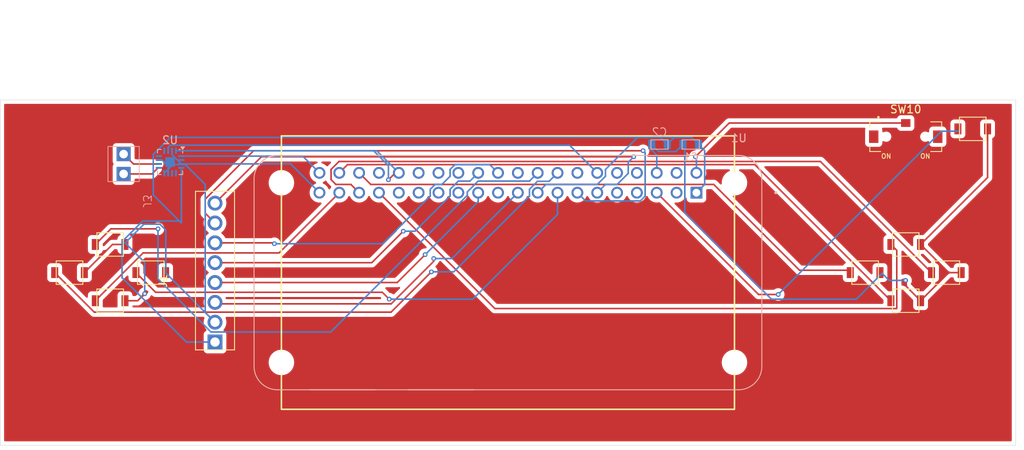
<source format=kicad_pcb>
(kicad_pcb (version 20241229) (generator "pcbnew") (generator_version "9.0")
  (layers (0 "F.Cu" signal) (2 "B.Cu" signal) (13 "F.Paste" user) (15 "B.Paste" user) (5 "F.SilkS" user "F.Silkscreen") (7 "B.SilkS" user "B.Silkscreen") (1 "F.Mask" user) (3 "B.Mask" user) (25 "Edge.Cuts" user))
  (net 0 "")
  (net 1 "GND")
  (net 2 "+3.3V")
  (net 3 "/MOSI-19")
  (net 4 "/GPIO27-13")
  (net 5 "/CEO_N-24")
  (net 6 "/GPIO17-11")
  (net 7 "/SCLK-23")
  (net 8 "/GPIO25-22")
  (net 9 "/SPK+")
  (net 10 "/SPK-")
  (net 11 "/RIGHT")
  (net 12 "/LEFT")
  (net 13 "/UP")
  (net 14 "/DOWN")
  (net 15 "/A")
  (net 16 "/B")
  (net 17 "/X")
  (net 18 "/Y")
  (net 19 "/GPIO3")
  (net 20 "+5V")
  (net 22 "/5V_2")
  (net 25 "/GPIO18 ")
  (net 28 "/GPIO21 ")
  (net 30 "/GPIO12")
  (footprint "button8:TSX08131_3.4x3.0_SMT" (layer "F.Cu") (at 206.125 100)
    (property "Reference" "SW6" (hide yes))
    (property "Value" "SW_Push")
    (fp_line (start -1.7 -1.5) (end 1.7 -1.5) (stroke (width 0.12)) (layer "F.SilkS"))
    (fp_line (start -1.7 1.5) (end -1.7 -1.5) (stroke (width 0.12)) (layer "F.SilkS"))
    (fp_line (start 1.7 -1.5) (end 1.7 1.5) (stroke (width 0.12)) (layer "F.SilkS"))
    (fp_line (start 1.7 1.5) (end -1.7 1.5) (stroke (width 0.12)) (layer "F.SilkS"))
    (pad "1" smd rect (at -1.9 0) (size 0.9 1.4) (layers "F.Cu" "F.Mask" "F.Paste") (net 16 "/B"))
    (pad "2" smd rect (at 1.9 0) (size 0.9 1.4) (layers "F.Cu" "F.Mask" "F.Paste") (net 1 "GND"))
  )
  (footprint "button8:TSX08131_3.4x3.0_SMT" (layer "F.Cu") (at 93.875 100)
    (property "Reference" "SW2" (hide yes))
    (property "Value" "SW_Push")
    (fp_line (start -1.7 -1.5) (end 1.7 -1.5) (stroke (width 0.12)) (layer "F.SilkS"))
    (fp_line (start -1.7 1.5) (end -1.7 -1.5) (stroke (width 0.12)) (layer "F.SilkS"))
    (fp_line (start 1.7 -1.5) (end 1.7 1.5) (stroke (width 0.12)) (layer "F.SilkS"))
    (fp_line (start 1.7 1.5) (end -1.7 1.5) (stroke (width 0.12)) (layer "F.SilkS"))
    (pad "1" smd rect (at -1.9 0) (size 0.9 1.4) (layers "F.Cu" "F.Mask" "F.Paste") (net 12 "/LEFT"))
    (pad "2" smd rect (at 1.9 0) (size 0.9 1.4) (layers "F.Cu" "F.Mask" "F.Paste") (net 1 "GND"))
  )
  (footprint "button8:TSX08131_3.4x3.0_SMT" (layer "F.Cu") (at 104.275 100)
    (property "Reference" "SW1" (hide yes))
    (property "Value" "SW_Push")
    (fp_line (start -1.7 -1.5) (end 1.7 -1.5) (stroke (width 0.12)) (layer "F.SilkS"))
    (fp_line (start -1.7 1.5) (end -1.7 -1.5) (stroke (width 0.12)) (layer "F.SilkS"))
    (fp_line (start 1.7 -1.5) (end 1.7 1.5) (stroke (width 0.12)) (layer "F.SilkS"))
    (fp_line (start 1.7 1.5) (end -1.7 1.5) (stroke (width 0.12)) (layer "F.SilkS"))
    (pad "1" smd rect (at -1.9 0) (size 0.9 1.4) (layers "F.Cu" "F.Mask" "F.Paste") (net 11 "/RIGHT"))
    (pad "2" smd rect (at 1.9 0) (size 0.9 1.4) (layers "F.Cu" "F.Mask" "F.Paste") (net 1 "GND"))
  )
  (footprint "button8:TSX08131_3.4x3.0_SMT" (layer "F.Cu") (at 195.725 100)
    (property "Reference" "SW7" (hide yes))
    (property "Value" "SW_Push")
    (fp_line (start -1.7 -1.5) (end 1.7 -1.5) (stroke (width 0.12)) (layer "F.SilkS"))
    (fp_line (start -1.7 1.5) (end -1.7 -1.5) (stroke (width 0.12)) (layer "F.SilkS"))
    (fp_line (start 1.7 -1.5) (end 1.7 1.5) (stroke (width 0.12)) (layer "F.SilkS"))
    (fp_line (start 1.7 1.5) (end -1.7 1.5) (stroke (width 0.12)) (layer "F.SilkS"))
    (pad "1" smd rect (at -1.9 0) (size 0.9 1.4) (layers "F.Cu" "F.Mask" "F.Paste") (net 17 "/X"))
    (pad "2" smd rect (at 1.9 0) (size 0.9 1.4) (layers "F.Cu" "F.Mask" "F.Paste") (net 1 "GND"))
  )
  (footprint "mount:HB_PH3_25418PB2GOP_8Pin" (layer "F.Cu") (at 112.45 100 90)
    (property "Reference" "J1" (at -1.06 -6.6 90) (layer "F.SilkS"))
    (property "Value" "Conn_01x08_MountingPin")
    (fp_line (start 10.41 -2.45) (end 10.41 2.55) (stroke (width 0.12)) (layer "F.SilkS"))
    (fp_line (start -9.89 -2.45) (end 10.41 -2.45) (stroke (width 0.12)) (layer "F.SilkS"))
    (fp_line (start 10.41 2.55) (end -9.89 2.55) (stroke (width 0.12)) (layer "F.SilkS"))
    (fp_line (start -9.89 2.55) (end -9.89 -2.45) (stroke (width 0.12)) (layer "F.SilkS"))
    (pad "1" thru_hole rect (at -8.89 0.05 90) (size 1.9 1.9) (drill 1.2) (layers "*.Cu" "*.Mask") (net 2 "+3.3V"))
    (pad "2" thru_hole circle (at -6.35 0.05 90) (size 1.9 1.9) (drill 1.2) (layers "*.Cu" "*.Mask") (net 1 "GND"))
    (pad "3" thru_hole circle (at -3.81 0.05 90) (size 1.9 1.9) (drill 1.2) (layers "*.Cu" "*.Mask") (net 3 "/MOSI-19"))
    (pad "4" thru_hole circle (at -1.27 0.05 90) (size 1.9 1.9) (drill 1.2) (layers "*.Cu" "*.Mask") (net 7 "/SCLK-23"))
    (pad "5" thru_hole circle (at 1.27 0.05 90) (size 1.9 1.9) (drill 1.2) (layers "*.Cu" "*.Mask") (net 5 "/CEO_N-24"))
    (pad "6" thru_hole circle (at 3.81 0.05 90) (size 1.9 1.9) (drill 1.2) (layers "*.Cu" "*.Mask") (net 8 "/GPIO25-22"))
    (pad "7" thru_hole circle (at 6.35 0.05 90) (size 1.9 1.9) (drill 1.2) (layers "*.Cu" "*.Mask") (net 4 "/GPIO27-13"))
    (pad "8" thru_hole circle (at 8.89 0.05 90) (size 1.9 1.9) (drill 1.2) (layers "*.Cu" "*.Mask") (net 6 "/GPIO17-11"))
  )
  (footprint "button8:TSX08131_3.4x3.0_SMT" (layer "F.Cu") (at 99.075 96.4)
    (property "Reference" "SW4" (hide yes))
    (property "Value" "SW_Push")
    (fp_line (start -1.7 -1.5) (end 1.7 -1.5) (stroke (width 0.12)) (layer "F.SilkS"))
    (fp_line (start -1.7 1.5) (end -1.7 -1.5) (stroke (width 0.12)) (layer "F.SilkS"))
    (fp_line (start 1.7 -1.5) (end 1.7 1.5) (stroke (width 0.12)) (layer "F.SilkS"))
    (fp_line (start 1.7 1.5) (end -1.7 1.5) (stroke (width 0.12)) (layer "F.SilkS"))
    (pad "1" smd rect (at -1.9 0) (size 0.9 1.4) (layers "F.Cu" "F.Mask" "F.Paste") (net 14 "/DOWN"))
    (pad "2" smd rect (at 1.9 0) (size 0.9 1.4) (layers "F.Cu" "F.Mask" "F.Paste") (net 1 "GND"))
  )
  (footprint "on/off:TSX08131_3.4x3.0_SMT" (layer "F.Cu") (at 209.5 81.6)
    (property "Reference" "SW9" (hide yes))
    (property "Value" "SW_SHDN")
    (fp_line (start -1.7 -1.5) (end 1.7 -1.5) (stroke (width 0.12)) (layer "F.SilkS"))
    (fp_line (start -1.7 1.5) (end -1.7 -1.5) (stroke (width 0.12)) (layer "F.SilkS"))
    (fp_line (start 1.7 -1.5) (end 1.7 1.5) (stroke (width 0.12)) (layer "F.SilkS"))
    (fp_line (start 1.7 1.5) (end -1.7 1.5) (stroke (width 0.12)) (layer "F.SilkS"))
    (pad "1" smd rect (at -1.9 0) (size 0.9 1.4) (layers "F.Cu" "F.Mask" "F.Paste") (net 19 "/GPIO3"))
    (pad "2" smd rect (at 1.9 0) (size 0.9 1.4) (layers "F.Cu" "F.Mask" "F.Paste") (net 1 "GND"))
  )
  (footprint "on/off:CK_JS102011SAQN" (layer "F.Cu") (at 200.925 82.6)
    (property "Reference" "SW10" (at 0 -3.5 0) (layer "F.SilkS"))
    (property "Value" "JS102011SAQN")
    (fp_line (start -4.6 -1.9) (end -4.6 -1.2) (stroke (width 0.12)) (layer "F.SilkS"))
    (fp_line (start -4.6 -1.9) (end -3.2 -1.9) (stroke (width 0.12)) (layer "F.SilkS"))
    (fp_line (start -4.6 1.9) (end -4.6 1.2) (stroke (width 0.12)) (layer "F.SilkS"))
    (fp_line (start -4.6 1.9) (end -3.2 1.9) (stroke (width 0.12)) (layer "F.SilkS"))
    (fp_line (start 4.6 -1.9) (end 3.2 -1.9) (stroke (width 0.12)) (layer "F.SilkS"))
    (fp_line (start 4.6 -1.9) (end 4.6 -1.2) (stroke (width 0.12)) (layer "F.SilkS"))
    (fp_line (start 4.6 1.9) (end 3.2 1.9) (stroke (width 0.12)) (layer "F.SilkS"))
    (fp_line (start 4.6 1.9) (end 4.6 1.2) (stroke (width 0.12)) (layer "F.SilkS"))
    (fp_circle (center -3.5 -2.5) (end -3.4 -2.5) (stroke (width 0.12)) (fill no) (layer "F.SilkS"))
    (fp_text user "ON" (at 2.5 2.5 0) (layer "F.SilkS") (effects (font (size 0.6 0.6) (thickness 0.1))))
    (fp_text user "ON" (at -2.5 2.5 0) (layer "F.SilkS") (effects (font (size 0.6 0.6) (thickness 0.1))))
    (pad "" np_thru_hole circle (at -2.5 0) (size 0.8 0.8) (drill 0.8) (layers "*.Cu" "*.Mask"))
    (pad "" np_thru_hole circle (at 2.5 0) (size 0.8 0.8) (drill 0.8) (layers "*.Cu" "*.Mask"))
    (pad "1" smd rect (at -4.1 0) (size 1.2 1.6) (layers "F.Cu" "F.Mask" "F.Paste") (net 20 "+5V"))
    (pad "2" smd rect (at 0 -1.75) (size 1.2 1) (layers "F.Cu" "F.Mask" "F.Paste") (net 22 "/5V_2"))
    (pad "3" smd rect (at 4.1 0) (size 1.2 1.6) (layers "F.Cu" "F.Mask" "F.Paste"))
  )
  (footprint "button8:TSX08131_3.4x3.0_SMT" (layer "F.Cu") (at 99.075 103.6)
    (property "Reference" "SW3" (hide yes))
    (property "Value" "SW_Push")
    (fp_line (start -1.7 -1.5) (end 1.7 -1.5) (stroke (width 0.12)) (layer "F.SilkS"))
    (fp_line (start -1.7 1.5) (end -1.7 -1.5) (stroke (width 0.12)) (layer "F.SilkS"))
    (fp_line (start 1.7 -1.5) (end 1.7 1.5) (stroke (width 0.12)) (layer "F.SilkS"))
    (fp_line (start 1.7 1.5) (end -1.7 1.5) (stroke (width 0.12)) (layer "F.SilkS"))
    (pad "1" smd rect (at -1.9 0) (size 0.9 1.4) (layers "F.Cu" "F.Mask" "F.Paste") (net 13 "/UP"))
    (pad "2" smd rect (at 1.9 0) (size 0.9 1.4) (layers "F.Cu" "F.Mask" "F.Paste") (net 1 "GND"))
  )
  (footprint "button8:TSX08131_3.4x3.0_SMT" (layer "F.Cu") (at 200.925 96.4)
    (property "Reference" "SW8" (hide yes))
    (property "Value" "SW_Push")
    (fp_line (start -1.7 -1.5) (end 1.7 -1.5) (stroke (width 0.12)) (layer "F.SilkS"))
    (fp_line (start -1.7 1.5) (end -1.7 -1.5) (stroke (width 0.12)) (layer "F.SilkS"))
    (fp_line (start 1.7 -1.5) (end 1.7 1.5) (stroke (width 0.12)) (layer "F.SilkS"))
    (fp_line (start 1.7 1.5) (end -1.7 1.5) (stroke (width 0.12)) (layer "F.SilkS"))
    (pad "1" smd rect (at -1.9 0) (size 0.9 1.4) (layers "F.Cu" "F.Mask" "F.Paste") (net 18 "/Y"))
    (pad "2" smd rect (at 1.9 0) (size 0.9 1.4) (layers "F.Cu" "F.Mask" "F.Paste") (net 1 "GND"))
  )
  (footprint "button8:TSX08131_3.4x3.0_SMT" (layer "F.Cu") (at 200.925 103.6)
    (property "Reference" "SW5" (hide yes))
    (property "Value" "SW_Push")
    (fp_line (start -1.7 -1.5) (end 1.7 -1.5) (stroke (width 0.12)) (layer "F.SilkS"))
    (fp_line (start -1.7 1.5) (end -1.7 -1.5) (stroke (width 0.12)) (layer "F.SilkS"))
    (fp_line (start 1.7 -1.5) (end 1.7 1.5) (stroke (width 0.12)) (layer "F.SilkS"))
    (fp_line (start 1.7 1.5) (end -1.7 1.5) (stroke (width 0.12)) (layer "F.SilkS"))
    (pad "1" smd rect (at -1.9 0) (size 0.9 1.4) (layers "F.Cu" "F.Mask" "F.Paste") (net 15 "/A"))
    (pad "2" smd rect (at 1.9 0) (size 0.9 1.4) (layers "F.Cu" "F.Mask" "F.Paste") (net 1 "GND"))
  )
  (footprint "cap:PZ254V_11_02P" (layer "B.Cu") (at 100.8 87.37 90)
    (property "Reference" "J3" (at -3.5 3 270) (layer "B.SilkS") (effects (font (thickness 0.1)) (justify mirror)))
    (property "Value" "Conn_01x02")
    (fp_rect (start -0.98 2) (end 3.52 -2) (stroke (width 0.1)) (fill no) (layer "B.SilkS"))
    (pad "1" thru_hole rect (at 0 0 90) (size 1.8 1.8) (drill 1.1) (layers "*.Cu" "*.Mask") (net 9 "/SPK+"))
    (pad "2" thru_hole rect (at 2.54 0 90) (size 1.8 1.8) (drill 1.1) (layers "*.Cu" "*.Mask") (net 10 "/SPK-"))
  )
  (footprint "rpi:MODULE_SC1176" (layer "B.Cu") (at 150 100 180)
    (property "Reference" "U1" (at -29.569 17.2162 0) (layer "B.SilkS") (effects (font (size 1.00189 1.00189)) (justify mirror)))
    (property "Value" "SC1176")
    (fp_line (start 32.5 -12) (end 32.5 12) (stroke (width 0.127)) (layer "B.SilkS"))
    (fp_line (start 29.5 15) (end -29.5 15) (stroke (width 0.127)) (layer "B.SilkS"))
    (fp_line (start 17 -15) (end 25.35 -15) (stroke (width 0.127)) (layer "B.SilkS"))
    (fp_line (start 4.4 -15) (end 12.75 -15) (stroke (width 0.127)) (layer "B.SilkS"))
    (fp_line (start -29.5 -15) (end 29.5 -15) (stroke (width 0.127)) (layer "B.SilkS"))
    (fp_line (start -32.5 12) (end -32.5 -12) (stroke (width 0.127)) (layer "B.SilkS"))
    (fp_arc (start 32.5 12) (mid 31.62132 14.12132) (end 29.5 15) (stroke (width 0.127)) (layer "B.SilkS"))
    (fp_arc (start 29.5 -15) (mid 31.62132 -14.12132) (end 32.5 -12) (stroke (width 0.127)) (layer "B.SilkS"))
    (fp_arc (start -29.5 15) (mid -31.62132 14.12132) (end -32.5 12) (stroke (width 0.127)) (layer "B.SilkS"))
    (fp_arc (start -32.5 -12) (mid -31.62132 -14.12132) (end -29.5 -15) (stroke (width 0.127)) (layer "B.SilkS"))
    (fp_circle (center -34.29 10.23) (end -34.19 10.23) (stroke (width 0.2)) (fill no) (layer "B.SilkS"))
    (pad "" np_thru_hole circle (at -29 -11.5 180) (size 2.75 2.75) (drill 2.75) (layers "*.Cu" "*.Mask"))
    (pad "" np_thru_hole circle (at -29 11.5 180) (size 2.75 2.75) (drill 2.75) (layers "*.Cu" "*.Mask"))
    (pad "" np_thru_hole circle (at 29 -11.5 180) (size 2.75 2.75) (drill 2.75) (layers "*.Cu" "*.Mask"))
    (pad "" np_thru_hole circle (at 29 11.5 180) (size 2.75 2.75) (drill 2.75) (layers "*.Cu" "*.Mask"))
    (pad "1" thru_hole rect (at -24.13 10.23 180) (size 1.508 1.508) (drill 1) (layers "*.Cu" "*.Mask") (net 2 "+3.3V"))
    (pad "2" thru_hole circle (at -24.13 12.77 180) (size 1.508 1.508) (drill 1) (layers "*.Cu" "*.Mask") (net 22 "/5V_2"))
    (pad "3" thru_hole circle (at -21.59 10.23 180) (size 1.508 1.508) (drill 1) (layers "*.Cu" "*.Mask"))
    (pad "4" thru_hole circle (at -21.59 12.77 180) (size 1.508 1.508) (drill 1) (layers "*.Cu" "*.Mask"))
    (pad "5" thru_hole circle (at -19.05 10.23 180) (size 1.508 1.508) (drill 1) (layers "*.Cu" "*.Mask") (net 19 "/GPIO3"))
    (pad "6" thru_hole circle (at -19.05 12.77 180) (size 1.508 1.508) (drill 1) (layers "*.Cu" "*.Mask") (net 1 "GND"))
    (pad "7" thru_hole circle (at -16.51 10.23 180) (size 1.508 1.508) (drill 1) (layers "*.Cu" "*.Mask"))
    (pad "8" thru_hole circle (at -16.51 12.77 180) (size 1.508 1.508) (drill 1) (layers "*.Cu" "*.Mask"))
    (pad "9" thru_hole circle (at -13.97 10.23 180) (size 1.508 1.508) (drill 1) (layers "*.Cu" "*.Mask") (net 1 "GND"))
    (pad "10" thru_hole circle (at -13.97 12.77 180) (size 1.508 1.508) (drill 1) (layers "*.Cu" "*.Mask"))
    (pad "11" thru_hole circle (at -11.43 10.23 180) (size 1.508 1.508) (drill 1) (layers "*.Cu" "*.Mask") (net 6 "/GPIO17-11"))
    (pad "12" thru_hole circle (at -11.43 12.77 180) (size 1.508 1.508) (drill 1) (layers "*.Cu" "*.Mask") (net 25 "/GPIO18 "))
    (pad "13" thru_hole circle (at -8.89 10.23 180) (size 1.508 1.508) (drill 1) (layers "*.Cu" "*.Mask") (net 4 "/GPIO27-13"))
    (pad "14" thru_hole circle (at -8.89 12.77 180) (size 1.508 1.508) (drill 1) (layers "*.Cu" "*.Mask") (net 1 "GND"))
    (pad "15" thru_hole circle (at -6.35 10.23 180) (size 1.508 1.508) (drill 1) (layers "*.Cu" "*.Mask") (net 11 "/RIGHT"))
    (pad "16" thru_hole circle (at -6.35 12.77 180) (size 1.508 1.508) (drill 1) (layers "*.Cu" "*.Mask") (net 12 "/LEFT"))
    (pad "17" thru_hole circle (at -3.81 10.23 180) (size 1.508 1.508) (drill 1) (layers "*.Cu" "*.Mask") (net 2 "+3.3V"))
    (pad "18" thru_hole circle (at -3.81 12.77 180) (size 1.508 1.508) (drill 1) (layers "*.Cu" "*.Mask") (net 14 "/DOWN"))
    (pad "19" thru_hole circle (at -1.27 10.23 180) (size 1.508 1.508) (drill 1) (layers "*.Cu" "*.Mask") (net 3 "/MOSI-19"))
    (pad "20" thru_hole circle (at -1.27 12.77 180) (size 1.508 1.508) (drill 1) (layers "*.Cu" "*.Mask") (net 1 "GND"))
    (pad "21" thru_hole circle (at 1.27 10.23 180) (size 1.508 1.508) (drill 1) (layers "*.Cu" "*.Mask"))
    (pad "22" thru_hole circle (at 1.27 12.77 180) (size 1.508 1.508) (drill 1) (layers "*.Cu" "*.Mask") (net 8 "/GPIO25-22"))
    (pad "23" thru_hole circle (at 3.81 10.23 180) (size 1.508 1.508) (drill 1) (layers "*.Cu" "*.Mask") (net 7 "/SCLK-23"))
    (pad "24" thru_hole circle (at 3.81 12.77 180) (size 1.508 1.508) (drill 1) (layers "*.Cu" "*.Mask") (net 5 "/CEO_N-24"))
    (pad "25" thru_hole circle (at 6.35 10.23 180) (size 1.508 1.508) (drill 1) (layers "*.Cu" "*.Mask") (net 1 "GND"))
    (pad "26" thru_hole circle (at 6.35 12.77 180) (size 1.508 1.508) (drill 1) (layers "*.Cu" "*.Mask"))
    (pad "27" thru_hole circle (at 8.89 10.23 180) (size 1.508 1.508) (drill 1) (layers "*.Cu" "*.Mask"))
    (pad "28" thru_hole circle (at 8.89 12.77 180) (size 1.508 1.508) (drill 1) (layers "*.Cu" "*.Mask"))
    (pad "29" thru_hole circle (at 11.43 10.23 180) (size 1.508 1.508) (drill 1) (layers "*.Cu" "*.Mask"))
    (pad "30" thru_hole circle (at 11.43 12.77 180) (size 1.508 1.508) (drill 1) (layers "*.Cu" "*.Mask") (net 1 "GND"))
    (pad "31" thru_hole circle (at 13.97 10.23 180) (size 1.508 1.508) (drill 1) (layers "*.Cu" "*.Mask"))
    (pad "32" thru_hole circle (at 13.97 12.77 180) (size 1.508 1.508) (drill 1) (layers "*.Cu" "*.Mask") (net 30 "/GPIO12"))
    (pad "33" thru_hole circle (at 16.51 10.23 180) (size 1.508 1.508) (drill 1) (layers "*.Cu" "*.Mask") (net 18 "/Y"))
    (pad "34" thru_hole circle (at 16.51 12.77 180) (size 1.508 1.508) (drill 1) (layers "*.Cu" "*.Mask") (net 1 "GND"))
    (pad "35" thru_hole circle (at 19.05 10.23 180) (size 1.508 1.508) (drill 1) (layers "*.Cu" "*.Mask") (net 16 "/B"))
    (pad "36" thru_hole circle (at 19.05 12.77 180) (size 1.508 1.508) (drill 1) (layers "*.Cu" "*.Mask") (net 17 "/X"))
    (pad "37" thru_hole circle (at 21.59 10.23 180) (size 1.508 1.508) (drill 1) (layers "*.Cu" "*.Mask") (net 13 "/UP"))
    (pad "38" thru_hole circle (at 21.59 12.77 180) (size 1.508 1.508) (drill 1) (layers "*.Cu" "*.Mask") (net 15 "/A"))
    (pad "39" thru_hole circle (at 24.13 10.23 180) (size 1.508 1.508) (drill 1) (layers "*.Cu" "*.Mask") (net 1 "GND"))
    (pad "40" thru_hole circle (at 24.13 12.77 180) (size 1.508 1.508) (drill 1) (layers "*.Cu" "*.Mask") (net 28 "/GPIO21 "))
  )
  (footprint "cap:C_0805" (layer "B.Cu") (at 169.4 83.6 180)
    (property "Reference" "C2" (at 0 1.6 0) (layer "B.SilkS") (effects (font (thickness 0.12)) (justify mirror)))
    (property "Value" "10uF")
    (fp_line (start 1.1 0.6) (end 1.1 -0.6) (stroke (width 0.12)) (layer "B.SilkS"))
    (fp_line (start 1.1 -0.6) (end -1.1 -0.6) (stroke (width 0.12)) (layer "B.SilkS"))
    (fp_line (start -1.1 0.6) (end 1.1 0.6) (stroke (width 0.12)) (layer "B.SilkS"))
    (fp_line (start -1.1 -0.6) (end -1.1 0.6) (stroke (width 0.12)) (layer "B.SilkS"))
    (pad "1" smd rect (at -1 0 180) (size 0.9 1.2) (layers "B.Cu" "B.Mask" "B.Paste") (net 2 "+3.3V"))
    (pad "2" smd rect (at 1 0 180) (size 0.9 1.2) (layers "B.Cu" "B.Mask" "B.Paste") (net 1 "GND"))
  )
  (footprint "Package_DFN_QFN:TQFN-16-1EP_3x3mm_P0.5mm_EP1.23x1.23mm" (layer "B.Cu") (at 106.75 85.8375 180)
    (property "Reference" "U2" (at 0 2.8 0) (layer "B.SilkS") (effects (justify mirror)))
    (property "Value" "MAX98357A")
    (fp_line (start 1.61 1.61) (end 1.61 1.135) (stroke (width 0.12)) (layer "B.SilkS"))
    (fp_line (start 1.61 -1.61) (end 1.61 -1.135) (stroke (width 0.12)) (layer "B.SilkS"))
    (fp_line (start 1.135 1.61) (end 1.61 1.61) (stroke (width 0.12)) (layer "B.SilkS"))
    (fp_line (start 1.135 -1.61) (end 1.61 -1.61) (stroke (width 0.12)) (layer "B.SilkS"))
    (fp_line (start -1.135 1.61) (end -1.31 1.61) (stroke (width 0.12)) (layer "B.SilkS"))
    (fp_line (start -1.135 -1.61) (end -1.61 -1.61) (stroke (width 0.12)) (layer "B.SilkS"))
    (fp_line (start -1.61 1.135) (end -1.61 1.37) (stroke (width 0.12)) (layer "B.SilkS"))
    (fp_line (start -1.61 -1.61) (end -1.61 -1.135) (stroke (width 0.12)) (layer "B.SilkS"))
    (fp_poly (pts (xy -1.61 1.61) (xy -1.85 1.94) (xy -1.37 1.94)) (stroke (width 0.12)) (fill yes) (layer "B.SilkS"))
    (pad "1" smd roundrect (at -1.4375 0.75 180) (size 0.825 0.25) (layers "B.Cu" "B.Mask" "B.Paste") (net 28 "/GPIO21 "))
    (pad "2" smd roundrect (at -1.4375 0.25 180) (size 0.825 0.25) (layers "B.Cu" "B.Mask" "B.Paste") (net 1 "GND"))
    (pad "3" smd roundrect (at -1.4375 -0.25 180) (size 0.825 0.25) (layers "B.Cu" "B.Mask" "B.Paste") (net 1 "GND"))
    (pad "4" smd roundrect (at -1.4375 -0.75 180) (size 0.825 0.25) (layers "B.Cu" "B.Mask" "B.Paste") (net 2 "+3.3V"))
    (pad "5" smd roundrect (at -0.75 -1.4375 180) (size 0.25 0.825) (layers "B.Cu" "B.Mask" "B.Paste"))
    (pad "6" smd roundrect (at -0.25 -1.4375 180) (size 0.25 0.825) (layers "B.Cu" "B.Mask" "B.Paste"))
    (pad "7" smd roundrect (at 0.25 -1.4375 180) (size 0.25 0.825) (layers "B.Cu" "B.Mask" "B.Paste") (net 1 "GND"))
    (pad "8" smd roundrect (at 0.75 -1.4375 180) (size 0.25 0.825) (layers "B.Cu" "B.Mask" "B.Paste") (net 1 "GND"))
    (pad "9" smd roundrect (at 1.4375 -0.75 180) (size 0.825 0.25) (layers "B.Cu" "B.Mask" "B.Paste") (net 9 "/SPK+"))
    (pad "10" smd roundrect (at 1.4375 -0.25 180) (size 0.825 0.25) (layers "B.Cu" "B.Mask" "B.Paste") (net 10 "/SPK-"))
    (pad "11" smd roundrect (at 1.4375 0.25 180) (size 0.825 0.25) (layers "B.Cu" "B.Mask" "B.Paste") (net 1 "GND"))
    (pad "12" smd roundrect (at 1.4375 0.75 180) (size 0.825 0.25) (layers "B.Cu" "B.Mask" "B.Paste"))
    (pad "13" smd roundrect (at 0.75 1.4375 180) (size 0.25 0.825) (layers "B.Cu" "B.Mask" "B.Paste"))
    (pad "14" smd roundrect (at 0.25 1.4375 180) (size 0.25 0.825) (layers "B.Cu" "B.Mask" "B.Paste") (net 25 "/GPIO18 "))
    (pad "15" smd roundrect (at -0.25 1.4375 180) (size 0.25 0.825) (layers "B.Cu" "B.Mask" "B.Paste") (net 1 "GND"))
    (pad "16" smd roundrect (at -0.75 1.4375 180) (size 0.25 0.825) (layers "B.Cu" "B.Mask" "B.Paste") (net 30 "/GPIO12"))
    (pad "17" smd rect (at 0 0 180) (size 1.23 1.23) (property pad_prop_heatsink) (layers "B.Cu" "B.Mask") (net 1 "GND"))
  )
  (footprint "cap:C_0805" (layer "B.Cu") (at 173.4 83.6)
    (property "Reference" "C1" (at 0 1.6 0) (layer "B.SilkS") (effects (font (thickness 0.12)) (justify mirror)))
    (property "Value" "0.1uF")
    (fp_line (start -1.1 -0.6) (end -1.1 0.6) (stroke (width 0.12)) (layer "B.SilkS"))
    (fp_line (start -1.1 0.6) (end 1.1 0.6) (stroke (width 0.12)) (layer "B.SilkS"))
    (fp_line (start 1.1 -0.6) (end -1.1 -0.6) (stroke (width 0.12)) (layer "B.SilkS"))
    (fp_line (start 1.1 0.6) (end 1.1 -0.6) (stroke (width 0.12)) (layer "B.SilkS"))
    (pad "1" smd rect (at -1 0) (size 0.9 1.2) (layers "B.Cu" "B.Mask" "B.Paste") (net 1 "GND"))
    (pad "2" smd rect (at 1 0) (size 0.9 1.2) (layers "B.Cu" "B.Mask" "B.Paste") (net 2 "+3.3V"))
  )
  (gr_rect (start 121 82.5) (end 179 117.5) (stroke (width 0.2)) (fill no) (layer "F.SilkS"))
  (gr_rect (start 85 77.9) (end 215 122.1) (stroke (width 0.05)) (fill no) (layer "Edge.Cuts"))
  (segment (start 100.975 103.6) (end 102.6 103.6) (width 0.2) (layer "F.Cu") (net 1))
  (segment (start 100.975 96.4) (end 99.375 96.4) (width 0.2) (layer "F.Cu") (net 1))
  (segment (start 206.425 100) (end 202.825 96.4) (width 0.2) (layer "F.Cu") (net 1))
  (segment (start 206.6 100) (end 206.425 100) (width 0.2) (layer "F.Cu") (net 1))
  (segment (start 102.6 103.6) (end 103.5 102.7) (width 0.2) (layer "F.Cu") (net 1))
  (segment (start 99.375 96.4) (end 95.775 100) (width 0.2) (layer "F.Cu") (net 1))
  (segment (start 206.425 100) (end 202.825 103.6) (width 0.2) (layer "F.Cu") (net 1))
  (segment (start 208.025 100) (end 206.6 100) (width 0.2) (layer "F.Cu") (net 1))
  (segment (start 202.825 103.6) (end 200.9 101.675) (width 0.2) (layer "F.Cu") (net 1))
  (segment (start 211.4 81.6) (end 211.4 87.825) (width 0.2) (layer "F.Cu") (net 1))
  (segment (start 211.4 87.825) (end 202.825 96.4) (width 0.2) (layer "F.Cu") (net 1))
  (segment (start 200.9 101.675) (end 200.9 101) (width 0.2) (layer "F.Cu") (net 1))
  (via (at 103.5 102.7) (size 0.6) (drill 0.3) (layers "F.Cu" "B.Cu") (net 1))
  (via (at 200.9 101) (size 0.6) (drill 0.3) (layers "F.Cu" "B.Cu") (net 1))
  (segment (start 106.5 86.346702) (end 106.5 87.275) (width 0.2) (layer "B.Cu") (net 1))
  (segment (start 169.05 84.95) (end 169.05 87.23) (width 0.2) (layer "B.Cu") (net 1))
  (segment (start 197.9 100.1) (end 194.599 103.401) (width 0.2) (layer "B.Cu") (net 1))
  (segment (start 101 96.2) (end 103.401 93.799) (width 0.2) (layer "B.Cu") (net 1))
  (segment (start 108.689798 86.1615) (end 111.249 88.720702) (width 0.2) (layer "B.Cu") (net 1))
  (segment (start 105.448943 93.799) (end 106.2 94.550057) (width 0.2) (layer "B.Cu") (net 1))
  (segment (start 108.1875 86.0875) (end 122.1875 86.0875) (width 0.2) (layer "B.Cu") (net 1))
  (segment (start 200.9 101) (end 198.8 101) (width 0.2) (layer "B.Cu") (net 1))
  (segment (start 106.2 94.550057) (end 106.2 100.1) (width 0.2) (layer "B.Cu") (net 1))
  (segment (start 103.401 93.799) (end 105.448943 93.799) (width 0.2) (layer "B.Cu") (net 1))
  (segment (start 111.249 105.099) (end 112.5 106.35) (width 0.2) (layer "B.Cu") (net 1))
  (segment (start 107.1135 86.1615) (end 108.689798 86.1615) (width 0.2) (layer "B.Cu") (net 1))
  (segment (start 105.3125 85.5875) (end 105.740798 85.5875) (width 0.2) (layer "B.Cu") (net 1))
  (segment (start 171.499 84.501) (end 169.301 84.501) (width 0.2) (layer "B.Cu") (net 1))
  (segment (start 103.5 98.7) (end 101 96.2) (width 0.2) (layer "B.Cu") (net 1))
  (segment (start 106.25 100.1) (end 112.5 106.35) (width 0.2) (layer "B.Cu") (net 1))
  (segment (start 169.301 84.501) (end 168.4 83.6) (width 0.2) (layer "B.Cu") (net 1))
  (segment (start 168.4 84.3) (end 169.05 84.95) (width 0.2) (layer "B.Cu") (net 1))
  (segment (start 106 87.275) (end 107.1135 86.1615) (width 0.2) (layer "B.Cu") (net 1))
  (segment (start 172.645 92.316996) (end 172.645 83.845) (width 0.2) (layer "B.Cu") (net 1))
  (segment (start 122.1875 86.0875) (end 125.87 89.77) (width 0.2) (layer "B.Cu") (net 1))
  (segment (start 106.2 100.1) (end 106.25 100.1) (width 0.2) (layer "B.Cu") (net 1))
  (segment (start 108.1875 86.0875) (end 107 84.9) (width 0.2) (layer "B.Cu") (net 1))
  (segment (start 172.4 83.6) (end 171.499 84.501) (width 0.2) (layer "B.Cu") (net 1))
  (segment (start 103.5 102.7) (end 103.5 98.7) (width 0.2) (layer "B.Cu") (net 1))
  (segment (start 194.599 103.401) (end 183.729004 103.401) (width 0.2) (layer "B.Cu") (net 1))
  (segment (start 111.249 88.720702) (end 111.249 105.099) (width 0.2) (layer "B.Cu") (net 1))
  (segment (start 198.8 101) (end 197.9 100.1) (width 0.2) (layer "B.Cu") (net 1))
  (segment (start 183.729004 103.401) (end 172.645 92.316996) (width 0.2) (layer "B.Cu") (net 1))
  (segment (start 107 84.9) (end 107 84.4) (width 0.2) (layer "B.Cu") (net 1))
  (segment (start 172.645 83.845) (end 172.4 83.6) (width 0.2) (layer "B.Cu") (net 1))
  (segment (start 168.4 83.6) (end 168.4 84.3) (width 0.2) (layer "B.Cu") (net 1))
  (segment (start 105.740798 85.5875) (end 106.5 86.346702) (width 0.2) (layer "B.Cu") (net 1))
  (segment (start 170.4 83.6) (end 169.499 82.699) (width 0.2) (layer "B.Cu") (net 2))
  (segment (start 104.599 84.872702) (end 106.772702 82.699) (width 0.2) (layer "B.Cu") (net 2))
  (segment (start 108.070409 93.529591) (end 107.938818 93.398) (width 0.2) (layer "B.Cu") (net 2))
  (segment (start 103.2349 93.398) (end 100.599 96.0339) (width 0.2) (layer "B.Cu") (net 2))
  (segment (start 154.865 88.715) (end 153.81 89.77) (width 0.2) (layer "B.Cu") (net 2))
  (segment (start 100.599 100.648943) (end 108.840057 108.89) (width 0.2) (layer "B.Cu") (net 2))
  (segment (start 162.485 87.666996) (end 161.436996 88.715) (width 0.2) (layer "B.Cu") (net 2))
  (segment (start 100.599 96.0339) (end 100.599 100.648943) (width 0.2) (layer "B.Cu") (net 2))
  (segment (start 106.772702 82.699) (end 173.499 82.699) (width 0.2) (layer "B.Cu") (net 2))
  (segment (start 166.579004 82.699) (end 162.485 86.793004) (width 0.2) (layer "B.Cu") (net 2))
  (segment (start 173.499 82.699) (end 174.4 83.6) (width 0.2) (layer "B.Cu") (net 2))
  (segment (start 174.4 83.6) (end 175.185 84.385) (width 0.2) (layer "B.Cu") (net 2))
  (segment (start 108.1875 86.5875) (end 108.1875 93.646682) (width 0.2) (layer "B.Cu") (net 2))
  (segment (start 161.436996 88.715) (end 154.865 88.715) (width 0.2) (layer "B.Cu") (net 2))
  (segment (start 170.4 83.6) (end 171.301 82.699) (width 0.2) (layer "B.Cu") (net 2))
  (segment (start 175.185 88.715) (end 174.13 89.77) (width 0.2) (layer "B.Cu") (net 2))
  (segment (start 108.1875 93.646682) (end 108.070409 93.529591) (width 0.2) (layer "B.Cu") (net 2))
  (segment (start 162.485 86.793004) (end 162.485 87.666996) (width 0.2) (layer "B.Cu") (net 2))
  (segment (start 169.499 82.699) (end 166.579004 82.699) (width 0.2) (layer "B.Cu") (net 2))
  (segment (start 171.301 82.699) (end 173.499 82.699) (width 0.2) (layer "B.Cu") (net 2))
  (segment (start 104.599 90.058182) (end 104.599 84.872702) (width 0.2) (layer "B.Cu") (net 2))
  (segment (start 175.185 84.385) (end 175.185 88.715) (width 0.2) (layer "B.Cu") (net 2))
  (segment (start 108.840057 108.89) (end 112.5 108.89) (width 0.2) (layer "B.Cu") (net 2))
  (segment (start 107.938818 93.398) (end 103.2349 93.398) (width 0.2) (layer "B.Cu") (net 2))
  (segment (start 108.070409 93.529591) (end 104.599 90.058182) (width 0.2) (layer "B.Cu") (net 2))
  (segment (start 112.691 104.001) (end 135.048943 104.001) (width 0.2) (layer "F.Cu") (net 3))
  (segment (start 140.5 98.549943) (end 140.5 98.2) (width 0.2) (layer "F.Cu") (net 3))
  (segment (start 112.5 103.81) (end 112.691 104.001) (width 0.2) (layer "F.Cu") (net 3))
  (segment (start 135.048943 104.001) (end 140.5 98.549943) (width 0.2) (layer "F.Cu") (net 3))
  (via (at 140.5 98.2) (size 0.6) (drill 0.3) (layers "F.Cu" "B.Cu") (net 3))
  (segment (start 142.84 98.2) (end 151.27 89.77) (width 0.2) (layer "B.Cu") (net 3))
  (segment (start 140.5 98.2) (end 142.84 98.2) (width 0.2) (layer "B.Cu") (net 3))
  (segment (start 111.249 90.591818) (end 117.440818 84.4) (width 0.2) (layer "F.Cu") (net 4))
  (segment (start 112.5 93.65) (end 111.249 92.399) (width 0.2) (layer "F.Cu") (net 4))
  (segment (start 117.440818 84.4) (end 167.3 84.4) (width 0.2) (layer "F.Cu") (net 4))
  (segment (start 111.249 92.399) (end 111.249 90.591818) (width 0.2) (layer "F.Cu") (net 4))
  (via (at 167.3 84.4) (size 0.6) (drill 0.3) (layers "F.Cu" "B.Cu") (net 4))
  (segment (start 159.945 90.825) (end 158.89 89.77) (width 0.2) (layer "B.Cu") (net 4))
  (segment (start 166.946996 90.825) (end 159.945 90.825) (width 0.2) (layer "B.Cu") (net 4))
  (segment (start 167.565 90.206996) (end 166.946996 90.825) (width 0.2) (layer "B.Cu") (net 4))
  (segment (start 167.565 84.665) (end 167.565 90.206996) (width 0.2) (layer "B.Cu") (net 4))
  (segment (start 167.3 84.4) (end 167.565 84.665) (width 0.2) (layer "B.Cu") (net 4))
  (segment (start 112.5 98.73) (end 132.57 98.73) (width 0.2) (layer "F.Cu") (net 5))
  (segment (start 132.57 98.73) (end 136.6 94.7) (width 0.2) (layer "F.Cu") (net 5))
  (via (at 136.6 94.7) (size 0.6) (drill 0.3) (layers "F.Cu" "B.Cu") (net 5))
  (segment (start 142.595 89.333004) (end 143.643004 88.285) (width 0.2) (layer "B.Cu") (net 5))
  (segment (start 138.101996 94.7) (end 142.595 90.206996) (width 0.2) (layer "B.Cu") (net 5))
  (segment (start 142.595 90.206996) (end 142.595 89.333004) (width 0.2) (layer "B.Cu") (net 5))
  (segment (start 143.643004 88.285) (end 145.135 88.285) (width 0.2) (layer "B.Cu") (net 5))
  (segment (start 145.135 88.285) (end 146.19 87.23) (width 0.2) (layer "B.Cu") (net 5))
  (segment (start 136.6 94.7) (end 138.101996 94.7) (width 0.2) (layer "B.Cu") (net 5))
  (segment (start 118.436 85.174) (end 166.1 85.174) (width 0.2) (layer "F.Cu") (net 6))
  (segment (start 112.5 91.11) (end 118.436 85.174) (width 0.2) (layer "F.Cu") (net 6))
  (via (at 166.1 85.174) (size 0.6) (drill 0.3) (layers "F.Cu" "B.Cu") (net 6))
  (segment (start 163.976996 88.715) (end 162.485 88.715) (width 0.2) (layer "B.Cu") (net 6))
  (segment (start 162.485 88.715) (end 161.43 89.77) (width 0.2) (layer "B.Cu") (net 6))
  (segment (start 166.1 85.174) (end 165.4 85.874) (width 0.2) (layer "B.Cu") (net 6))
  (segment (start 165.4 87.291996) (end 163.976996 88.715) (width 0.2) (layer "B.Cu") (net 6))
  (segment (start 165.4 85.874) (end 165.4 87.291996) (width 0.2) (layer "B.Cu") (net 6))
  (segment (start 135.83 101.27) (end 139.4 97.7) (width 0.2) (layer "F.Cu") (net 7))
  (segment (start 112.5 101.27) (end 135.83 101.27) (width 0.2) (layer "F.Cu") (net 7))
  (via (at 139.4 97.7) (size 0.6) (drill 0.3) (layers "F.Cu" "B.Cu") (net 7))
  (segment (start 139.4 97.7) (end 146.19 90.91) (width 0.2) (layer "B.Cu") (net 7))
  (segment (start 146.19 90.91) (end 146.19 89.77) (width 0.2) (layer "B.Cu") (net 7))
  (segment (start 112.5 96.19) (end 119.99 96.19) (width 0.2) (layer "F.Cu") (net 8))
  (segment (start 119.99 96.19) (end 120.1 96.3) (width 0.2) (layer "F.Cu") (net 8))
  (via (at 120.1 96.3) (size 0.6) (drill 0.3) (layers "F.Cu" "B.Cu") (net 8))
  (segment (start 120.1 96.3) (end 133.961996 96.3) (width 0.2) (layer "B.Cu") (net 8))
  (segment (start 147.675 86.175) (end 148.73 87.23) (width 0.2) (layer "B.Cu") (net 8))
  (segment (start 140.673004 88.715) (end 141.546996 88.715) (width 0.2) (layer "B.Cu") (net 8))
  (segment (start 142.595 87.666996) (end 142.595 86.793004) (width 0.2) (layer "B.Cu") (net 8))
  (segment (start 140.055 90.206996) (end 140.055 89.333004) (width 0.2) (layer "B.Cu") (net 8))
  (segment (start 140.055 89.333004) (end 140.673004 88.715) (width 0.2) (layer "B.Cu") (net 8))
  (segment (start 141.546996 88.715) (end 142.595 87.666996) (width 0.2) (layer "B.Cu") (net 8))
  (segment (start 143.213004 86.175) (end 147.675 86.175) (width 0.2) (layer "B.Cu") (net 8))
  (segment (start 133.961996 96.3) (end 140.055 90.206996) (width 0.2) (layer "B.Cu") (net 8))
  (segment (start 142.595 86.793004) (end 143.213004 86.175) (width 0.2) (layer "B.Cu") (net 8))
  (segment (start 100.8 87.37) (end 104.43 87.37) (width 0.2) (layer "F.Cu") (net 9))
  (segment (start 104.43 87.37) (end 105.1 86.7) (width 0.2) (layer "F.Cu") (net 9))
  (segment (start 102.07 86.1) (end 105.3 86.1) (width 0.2) (layer "F.Cu") (net 10))
  (segment (start 100.8 84.83) (end 102.07 86.1) (width 0.2) (layer "F.Cu") (net 10))
  (segment (start 133.921 102.521) (end 134.8 103.4) (width 0.2) (layer "F.Cu") (net 11))
  (segment (start 104.896 102.521) (end 133.921 102.521) (width 0.2) (layer "F.Cu") (net 11))
  (segment (start 102.375 100) (end 104.896 102.521) (width 0.2) (layer "F.Cu") (net 11))
  (via (at 134.8 103.4) (size 0.6) (drill 0.3) (layers "F.Cu" "B.Cu") (net 11))
  (segment (start 134.8 103.4) (end 145.5 103.4) (width 0.2) (layer "B.Cu") (net 11))
  (segment (start 145.5 103.4) (end 156.35 92.55) (width 0.2) (layer "B.Cu") (net 11))
  (segment (start 156.35 92.55) (end 156.35 89.77) (width 0.2) (layer "B.Cu") (net 11))
  (segment (start 91.975 100) (end 97.036 105.061) (width 0.2) (layer "F.Cu") (net 12))
  (segment (start 97.036 105.061) (end 135.039 105.061) (width 0.2) (layer "F.Cu") (net 12))
  (segment (start 135.039 105.061) (end 140.2 99.9) (width 0.2) (layer "F.Cu") (net 12))
  (via (at 140.2 99.9) (size 0.6) (drill 0.3) (layers "F.Cu" "B.Cu") (net 12))
  (segment (start 153.774004 88.314) (end 155.266 88.314) (width 0.2) (layer "B.Cu") (net 12))
  (segment (start 152.755 89.333004) (end 153.774004 88.314) (width 0.2) (layer "B.Cu") (net 12))
  (segment (start 140.2 99.9) (end 143.061996 99.9) (width 0.2) (layer "B.Cu") (net 12))
  (segment (start 143.061996 99.9) (end 152.755 90.206996) (width 0.2) (layer "B.Cu") (net 12))
  (segment (start 152.755 90.206996) (end 152.755 89.333004) (width 0.2) (layer "B.Cu") (net 12))
  (segment (start 155.266 88.314) (end 156.35 87.23) (width 0.2) (layer "B.Cu") (net 12))
  (segment (start 128.41 89.77) (end 120.701 97.479) (width 0.2) (layer "F.Cu") (net 13))
  (segment (start 103.296 97.479) (end 97.175 103.6) (width 0.2) (layer "F.Cu") (net 13))
  (segment (start 120.701 97.479) (end 103.296 97.479) (width 0.2) (layer "F.Cu") (net 13))
  (segment (start 99.175 94.4) (end 105.2 94.4) (width 0.2) (layer "F.Cu") (net 14))
  (segment (start 97.175 96.4) (end 99.175 94.4) (width 0.2) (layer "F.Cu") (net 14))
  (via (at 105.2 94.4) (size 0.6) (drill 0.3) (layers "F.Cu" "B.Cu") (net 14))
  (segment (start 144.8 89.668004) (end 146.183004 88.285) (width 0.2) (layer "B.Cu") (net 14))
  (segment (start 111.981818 107.601) (end 127.310996 107.601) (width 0.2) (layer "B.Cu") (net 14))
  (segment (start 127.310996 107.601) (end 144.8 90.111996) (width 0.2) (layer "B.Cu") (net 14))
  (segment (start 144.8 90.111996) (end 144.8 89.668004) (width 0.2) (layer "B.Cu") (net 14))
  (segment (start 152.755 88.285) (end 153.81 87.23) (width 0.2) (layer "B.Cu") (net 14))
  (segment (start 105.2 100.819182) (end 111.981818 107.601) (width 0.2) (layer "B.Cu") (net 14))
  (segment (start 146.183004 88.285) (end 152.755 88.285) (width 0.2) (layer "B.Cu") (net 14))
  (segment (start 105.2 94.4) (end 105.2 100.819182) (width 0.2) (layer "B.Cu") (net 14))
  (segment (start 181.6 86.175) (end 199.025 103.6) (width 0.2) (layer "F.Cu") (net 15))
  (segment (start 128.41 87.23) (end 129.465 86.175) (width 0.2) (layer "F.Cu") (net 15))
  (segment (start 129.465 86.175) (end 181.6 86.175) (width 0.2) (layer "F.Cu") (net 15))
  (segment (start 189.999 85.774) (end 128.374004 85.774) (width 0.2) (layer "F.Cu") (net 16))
  (segment (start 204.225 100) (end 189.999 85.774) (width 0.2) (layer "F.Cu") (net 16))
  (segment (start 127.973004 88.715) (end 129.895 88.715) (width 0.2) (layer "F.Cu") (net 16))
  (segment (start 127.355 88.096996) (end 127.973004 88.715) (width 0.2) (layer "F.Cu") (net 16))
  (segment (start 127.355 86.793004) (end 127.355 88.096996) (width 0.2) (layer "F.Cu") (net 16))
  (segment (start 129.895 88.715) (end 130.95 89.77) (width 0.2) (layer "F.Cu") (net 16))
  (segment (start 128.374004 85.774) (end 127.355 86.793004) (width 0.2) (layer "F.Cu") (net 16))
  (segment (start 187.329067 99.7) (end 176.344067 88.715) (width 0.2) (layer "F.Cu") (net 17))
  (segment (start 132.435 88.715) (end 130.95 87.23) (width 0.2) (layer "F.Cu") (net 17))
  (segment (start 193.825 99.775) (end 193.9 99.7) (width 0.2) (layer "F.Cu") (net 17))
  (segment (start 176.344067 88.715) (end 132.435 88.715) (width 0.2) (layer "F.Cu") (net 17))
  (segment (start 193.9 99.7) (end 187.329067 99.7) (width 0.2) (layer "F.Cu") (net 17))
  (segment (start 193.825 100) (end 193.825 99.775) (width 0.2) (layer "F.Cu") (net 17))
  (segment (start 199.776 104.601) (end 148.321 104.601) (width 0.2) (layer "F.Cu") (net 18))
  (segment (start 199.776 97.151) (end 199.776 104.601) (width 0.2) (layer "F.Cu") (net 18))
  (segment (start 148.321 104.601) (end 133.49 89.77) (width 0.2) (layer "F.Cu") (net 18))
  (segment (start 199.025 96.4) (end 199.776 97.151) (width 0.2) (layer "F.Cu") (net 18))
  (segment (start 182.08 102.8) (end 184.6 102.8) (width 0.2) (layer "F.Cu") (net 19))
  (segment (start 169.05 89.77) (end 182.08 102.8) (width 0.2) (layer "F.Cu") (net 19))
  (via (at 184.6 102.8) (size 0.6) (drill 0.3) (layers "F.Cu" "B.Cu") (net 19))
  (segment (start 205.5 81.9) (end 207.7 81.9) (width 0.2) (layer "B.Cu") (net 19))
  (segment (start 184.6 102.8) (end 205.5 81.9) (width 0.2) (layer "B.Cu") (net 19))
  (segment (start 178.324 80.85) (end 174 85.174) (width 0.2) (layer "F.Cu") (net 22))
  (segment (start 200.925 80.85) (end 178.324 80.85) (width 0.2) (layer "F.Cu") (net 22))
  (via (at 174 85.174) (size 0.6) (drill 0.3) (layers "F.Cu" "B.Cu") (net 22))
  (segment (start 174 85.174) (end 174.13 85.304) (width 0.2) (layer "B.Cu") (net 22))
  (segment (start 174.13 85.304) (end 174.13 87.23) (width 0.2) (layer "B.Cu") (net 22))
  (segment (start 106.785202 83.6865) (end 157.8865 83.6865) (width 0.2) (layer "B.Cu") (net 25))
  (segment (start 157.8865 83.6865) (end 161.43 87.23) (width 0.2) (layer "B.Cu") (net 25))
  (segment (start 106.5 83.971702) (end 106.785202 83.6865) (width 0.2) (layer "B.Cu") (net 25))
  (segment (start 106.5 84.4) (end 106.5 83.971702) (width 0.2) (layer "B.Cu") (net 25))
  (segment (start 123.7275 85.0875) (end 125.87 87.23) (width 0.2) (layer "B.Cu") (net 28))
  (segment (start 108.1875 85.0875) (end 123.7275 85.0875) (width 0.2) (layer "B.Cu") (net 28))
  (segment (start 135.585 87.23) (end 134.7 88.115) (width 0.2) (layer "F.Cu") (net 30))
  (segment (start 136.03 87.23) (end 135.585 87.23) (width 0.2) (layer "F.Cu") (net 30))
  (via (at 134.7 88.115) (size 0.6) (drill 0.3) (layers "F.Cu" "B.Cu") (net 30))
  (segment (start 134.7 88.115) (end 134.7 86.3) (width 0.2) (layer "B.Cu") (net 30))
  (segment (start 134.7 86.3) (end 132.8 84.4) (width 0.2) (layer "B.Cu") (net 30))
  (segment (start 107.5 84.4) (end 133.2 84.4) (width 0.2) (layer "B.Cu") (net 30))
  (segment (start 132.8 84.4) (end 107.5 84.4) (width 0.2) (layer "B.Cu") (net 30))
  (segment (start 133.2 84.4) (end 136.03 87.23) (width 0.2) (layer "B.Cu") (net 30))
  (zone (net 1) (net_name "GND") (layer "F.Cu") (connect_pads (clearance 0.5)) (min_thickness 0.25) (fill yes (thermal_gap 0.5) (thermal_bridge_width 0.5))
    (polygon (pts (xy 215 122.1) (xy 215 77.9) (xy 85 77.9) (xy 85 122.1)))
  )
  (zone (net 0) (net_name "") (layer "F.Cu") (priority 1) (connect_pads (clearance 0.5)) (min_thickness 0.25) (fill yes (thermal_gap 0.5) (thermal_bridge_width 0.5) (island_removal_mode 1) (island_area_min 10))
    (polygon (pts (xy 215 122.1) (xy 215 77.9) (xy 85 77.9) (xy 85 122.1)))
  )
)
</source>
